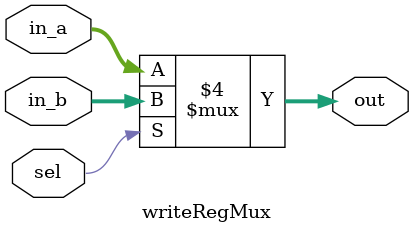
<source format=v>

`timescale 1ns/100ps

module writeRegMux (in_a, in_b, sel, out);

  /*
   *  4-BIT MULTIPLEXER - mux16.v
   *
   *  Inputs:
   *   - in_a (4 bits): First input to the multiplexer. Chosen when sel = 0.
   *   - in_b (4 bits): Second input to the multiplexer. Chosen when sel = 1.
   *   - sel: Controls which input is seen at the output.
   *
   *  Outputs:
   *   - out (4 bits): Output from the multiplexer.
   *
   */

  input  [3:0] in_a;
  input  [3:0] in_b;
  input         sel;
  output [3:0] out;

  reg   [3:0] out;
   
  always @ (in_a, in_b, sel)
  begin
    if (sel == 1'b0)
      out <= in_a;
    else
      out <= in_b;
  end

endmodule 

</source>
